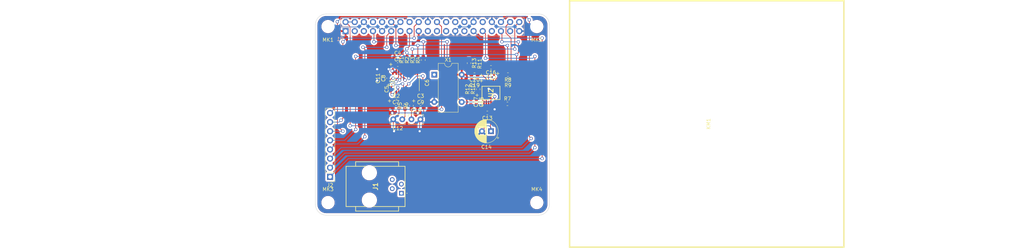
<source format=kicad_pcb>
(kicad_pcb (version 20171130) (host pcbnew 5.1.4+dfsg1-1~bpo10+1)
  (title_block (date "15 nov 2012"))
  (layers (0 F.Cu signal) (31 B.Cu signal) (34 B.Paste user) (35 F.Paste user) (36 B.SilkS user) (37 F.SilkS user) (38 B.Mask user) (39 F.Mask user) (44 Edge.Cuts user))
  (net 0 "")
  (net 1 +3V3)
  (net 2 +5V)
  (net 3 GND)
  (net 4 /ID_SD)
  (net 5 /ID_SC)
  (net 6 /GPIO5)
  (net 7 /GPIO6)
  (net 8 /GPIO26)
  (net 9 "/GPIO2(SDA1)")
  (net 10 "/GPIO3(SCL1)")
  (net 11 "/GPIO14(TXD0)")
  (net 12 "/GPIO15(RXD0)")
  (net 13 "/GPIO17(GEN0)")
  (net 14 "/GPIO27(GEN2)")
  (net 15 "/GPIO22(GEN3)")
  (net 16 "/GPIO23(GEN4)")
  (net 17 "/GPIO24(GEN5)")
  (net 18 "/GPIO25(GEN6)")
  (net 19 "/GPIO10(SPI0_MOSI)")
  (net 20 "/GPIO9(SPI0_MISO)")
  (net 21 "/GPIO11(SPI0_SCK)")
  (net 22 "/GPIO8(SPI0_CE_N)")
  (net 23 "/GPIO7(SPI1_CE_N)")
  (net 24 "/GPIO12(PWM0)")
  (net 25 "/GPIO13(PWM1)")
  (net 26 /GPIO16)
  (net 27 "Net-(C5-Pad1)")
  (net 28 "Net-(C5-Pad2)")
  (net 29 "Net-(C6-Pad1)")
  (net 30 "Net-(C11-Pad1)")
  (net 31 "Net-(R1-Pad1)")
  (net 32 "Net-(R2-Pad1)")
  (net 33 "Net-(R3-Pad1)")
  (net 34 "Net-(R4-Pad1)")
  (net 35 "Net-(R5-Pad2)")
  (net 36 "Net-(R6-Pad2)")
  (net 37 /Audio_MCLK)
  (net 38 /DAP4_SCLK)
  (net 39 /DAP4_FS)
  (net 40 /DAP4_DIN)
  (net 41 /DAP4_DOUT)
  (net 42 "/Audio Subsystem/RightOut")
  (net 43 "/Audio Subsystem/Leftout")
  (net 44 "Net-(C15-Pad1)")
  (net 45 "Net-(C19-Pad1)")
  (net 46 "Net-(C19-Pad2)")
  (net 47 "Net-(C20-Pad2)")
  (net 48 "Net-(C20-Pad1)")
  (net 49 "/Audio Subsystem/MIC_A(Black)")
  (net 50 "/Audio Subsystem/SPKR_A(Red)")
  (net 51 "/Audio Subsystem/SPKR_B(Green)")
  (net 52 "/Audio Subsystem/MIC_B(Yellow)")
  (net 53 "Net-(R7-Pad1)")
  (net 54 "Net-(R8-Pad2)")
  (net 55 "Net-(R9-Pad2)")
  (net 56 "/Audio Subsystem/MIC_Right")
  (net 57 "/Audio Subsystem/MIC_Left")
  (net 58 "Net-(X1-Pad1)")
  (module Resistor_SMD:R_0603_1608Metric_Pad1.05x0.95mm_HandSolder (layer F.Cu) (at 242.672 107.695 270)
    (fp_text reference R13 (at 0 -1.43 90) (layer F.SilkS))
    (fp_text value 10K)
    (pad 1 smd roundrect (at -0.875 0 270) (size 1.05 0.95) (layers F.Cu F.Paste F.Mask) (net 57 "/Audio Subsystem/MIC_Left"))
    (pad 2 smd roundrect (at 0.875 0 270) (size 1.05 0.95) (layers F.Cu F.Paste F.Mask) (net 47 "Net-(C20-Pad2)"))
  )
  (module Package_SO:TSSOP-20_4.4x6.5mm_P0.65mm (layer F.Cu) (at 225.4 113.17 90)
    (fp_text reference U1 (at 0 -4.3 90) (layer F.SilkS))
    (fp_text value PCM5102)
    (pad 1 smd rect (at -2.95 -2.925 90) (size 1.45 0.45) (layers F.Cu F.Paste F.Mask) (net 1 +3V3))
    (pad 2 smd rect (at -2.95 -2.275 90) (size 1.45 0.45) (layers F.Cu F.Paste F.Mask) (net 27 "Net-(C5-Pad1)"))
    (pad 3 smd rect (at -2.95 -1.625 90) (size 1.45 0.45) (layers F.Cu F.Paste F.Mask) (net 3 GND))
    (pad 4 smd rect (at -2.95 -0.975 90) (size 1.45 0.45) (layers F.Cu F.Paste F.Mask) (net 28 "Net-(C5-Pad2)"))
    (pad 5 smd rect (at -2.95 -0.325 90) (size 1.45 0.45) (layers F.Cu F.Paste F.Mask) (net 29 "Net-(C6-Pad1)"))
    (pad 6 smd rect (at -2.95 0.325 90) (size 1.45 0.45) (layers F.Cu F.Paste F.Mask) (net 35 "Net-(R5-Pad2)"))
    (pad 7 smd rect (at -2.95 0.975 90) (size 1.45 0.45) (layers F.Cu F.Paste F.Mask) (net 36 "Net-(R6-Pad2)"))
    (pad 8 smd rect (at -2.95 1.625 90) (size 1.45 0.45) (layers F.Cu F.Paste F.Mask) (net 1 +3V3))
    (pad 9 smd rect (at -2.95 2.275 90) (size 1.45 0.45) (layers F.Cu F.Paste F.Mask) (net 3 GND))
    (pad 10 smd rect (at -2.95 2.925 90) (size 1.45 0.45) (layers F.Cu F.Paste F.Mask) (net 3 GND))
    (pad 11 smd rect (at 2.95 2.925 90) (size 1.45 0.45) (layers F.Cu F.Paste F.Mask) (net 3 GND))
    (pad 12 smd rect (at 2.95 2.275 90) (size 1.45 0.45) (layers F.Cu F.Paste F.Mask) (net 34 "Net-(R4-Pad1)"))
    (pad 13 smd rect (at 2.95 1.625 90) (size 1.45 0.45) (layers F.Cu F.Paste F.Mask) (net 33 "Net-(R3-Pad1)"))
    (pad 14 smd rect (at 2.95 0.975 90) (size 1.45 0.45) (layers F.Cu F.Paste F.Mask) (net 32 "Net-(R2-Pad1)"))
    (pad 15 smd rect (at 2.95 0.325 90) (size 1.45 0.45) (layers F.Cu F.Paste F.Mask) (net 31 "Net-(R1-Pad1)"))
    (pad 16 smd rect (at 2.95 -0.325 90) (size 1.45 0.45) (layers F.Cu F.Paste F.Mask) (net 3 GND))
    (pad 17 smd rect (at 2.95 -0.975 90) (size 1.45 0.45) (layers F.Cu F.Paste F.Mask) (net 1 +3V3))
    (pad 18 smd rect (at 2.95 -1.625 90) (size 1.45 0.45) (layers F.Cu F.Paste F.Mask) (net 30 "Net-(C11-Pad1)"))
    (pad 19 smd rect (at 2.95 -2.275 90) (size 1.45 0.45) (layers F.Cu F.Paste F.Mask) (net 3 GND))
    (pad 20 smd rect (at 2.95 -2.925 90) (size 1.45 0.45) (layers F.Cu F.Paste F.Mask) (net 1 +3V3))
  )
  (module Capacitor_SMD:C_0603_1608Metric_Pad1.05x0.95mm_HandSolder (layer F.Cu) (at 218.796 111.9 90)
    (fp_text reference C11 (at 0 -1.43 90) (layer F.SilkS))
    (fp_text value .1uf)
    (pad 2 smd roundrect (at 0.875 0 90) (size 1.05 0.95) (layers F.Cu F.Paste F.Mask) (net 3 GND))
    (pad 1 smd roundrect (at -0.875 0 90) (size 1.05 0.95) (layers F.Cu F.Paste F.Mask) (net 30 "Net-(C11-Pad1)"))
  )
  (module Connector_PinSocket_2.54mm:PinSocket_2x20_P2.54mm_Vertical (layer B.Cu) (at 208.37 98.77 270)
    (fp_text reference P1 (at 2.208 1.512) (layer B.SilkS) (effects (justify mirror)))
    (fp_text value Conn_02x20_Odd_Even)
    (pad 1 thru_hole rect (at 0 0 270) (size 1.7 1.7) (drill 1) (layers *.Cu *.Mask) (net 1 +3V3))
    (pad 2 thru_hole oval (at -2.54 0 270) (size 1.7 1.7) (drill 1) (layers *.Cu *.Mask) (net 2 +5V))
    (pad 3 thru_hole oval (at 0 -2.54 270) (size 1.7 1.7) (drill 1) (layers *.Cu *.Mask) (net 9 "/GPIO2(SDA1)"))
    (pad 4 thru_hole oval (at -2.54 -2.54 270) (size 1.7 1.7) (drill 1) (layers *.Cu *.Mask) (net 2 +5V))
    (pad 5 thru_hole oval (at 0 -5.08 270) (size 1.7 1.7) (drill 1) (layers *.Cu *.Mask) (net 10 "/GPIO3(SCL1)"))
    (pad 6 thru_hole oval (at -2.54 -5.08 270) (size 1.7 1.7) (drill 1) (layers *.Cu *.Mask) (net 3 GND))
    (pad 7 thru_hole oval (at 0 -7.62 270) (size 1.7 1.7) (drill 1) (layers *.Cu *.Mask) (net 37 /Audio_MCLK))
    (pad 8 thru_hole oval (at -2.54 -7.62 270) (size 1.7 1.7) (drill 1) (layers *.Cu *.Mask) (net 11 "/GPIO14(TXD0)"))
    (pad 9 thru_hole oval (at 0 -10.16 270) (size 1.7 1.7) (drill 1) (layers *.Cu *.Mask) (net 3 GND))
    (pad 10 thru_hole oval (at -2.54 -10.16 270) (size 1.7 1.7) (drill 1) (layers *.Cu *.Mask) (net 12 "/GPIO15(RXD0)"))
    (pad 11 thru_hole oval (at 0 -12.7 270) (size 1.7 1.7) (drill 1) (layers *.Cu *.Mask) (net 13 "/GPIO17(GEN0)"))
    (pad 12 thru_hole oval (at -2.54 -12.7 270) (size 1.7 1.7) (drill 1) (layers *.Cu *.Mask) (net 38 /DAP4_SCLK))
    (pad 13 thru_hole oval (at 0 -15.24 270) (size 1.7 1.7) (drill 1) (layers *.Cu *.Mask) (net 14 "/GPIO27(GEN2)"))
    (pad 14 thru_hole oval (at -2.54 -15.24 270) (size 1.7 1.7) (drill 1) (layers *.Cu *.Mask) (net 3 GND))
    (pad 15 thru_hole oval (at 0 -17.78 270) (size 1.7 1.7) (drill 1) (layers *.Cu *.Mask) (net 15 "/GPIO22(GEN3)"))
    (pad 16 thru_hole oval (at -2.54 -17.78 270) (size 1.7 1.7) (drill 1) (layers *.Cu *.Mask) (net 16 "/GPIO23(GEN4)"))
    (pad 17 thru_hole oval (at 0 -20.32 270) (size 1.7 1.7) (drill 1) (layers *.Cu *.Mask) (net 1 +3V3))
    (pad 18 thru_hole oval (at -2.54 -20.32 270) (size 1.7 1.7) (drill 1) (layers *.Cu *.Mask) (net 17 "/GPIO24(GEN5)"))
    (pad 19 thru_hole oval (at 0 -22.86 270) (size 1.7 1.7) (drill 1) (layers *.Cu *.Mask) (net 19 "/GPIO10(SPI0_MOSI)"))
    (pad 20 thru_hole oval (at -2.54 -22.86 270) (size 1.7 1.7) (drill 1) (layers *.Cu *.Mask) (net 3 GND))
    (pad 21 thru_hole oval (at 0 -25.4 270) (size 1.7 1.7) (drill 1) (layers *.Cu *.Mask) (net 20 "/GPIO9(SPI0_MISO)"))
    (pad 22 thru_hole oval (at -2.54 -25.4 270) (size 1.7 1.7) (drill 1) (layers *.Cu *.Mask) (net 18 "/GPIO25(GEN6)"))
    (pad 23 thru_hole oval (at 0 -27.94 270) (size 1.7 1.7) (drill 1) (layers *.Cu *.Mask) (net 21 "/GPIO11(SPI0_SCK)"))
    (pad 24 thru_hole oval (at -2.54 -27.94 270) (size 1.7 1.7) (drill 1) (layers *.Cu *.Mask) (net 22 "/GPIO8(SPI0_CE_N)"))
    (pad 25 thru_hole oval (at 0 -30.48 270) (size 1.7 1.7) (drill 1) (layers *.Cu *.Mask) (net 3 GND))
    (pad 26 thru_hole oval (at -2.54 -30.48 270) (size 1.7 1.7) (drill 1) (layers *.Cu *.Mask) (net 23 "/GPIO7(SPI1_CE_N)"))
    (pad 27 thru_hole oval (at 0 -33.02 270) (size 1.7 1.7) (drill 1) (layers *.Cu *.Mask) (net 4 /ID_SD))
    (pad 28 thru_hole oval (at -2.54 -33.02 270) (size 1.7 1.7) (drill 1) (layers *.Cu *.Mask) (net 5 /ID_SC))
    (pad 29 thru_hole oval (at 0 -35.56 270) (size 1.7 1.7) (drill 1) (layers *.Cu *.Mask) (net 6 /GPIO5))
    (pad 30 thru_hole oval (at -2.54 -35.56 270) (size 1.7 1.7) (drill 1) (layers *.Cu *.Mask) (net 3 GND))
    (pad 31 thru_hole oval (at 0 -38.1 270) (size 1.7 1.7) (drill 1) (layers *.Cu *.Mask) (net 7 /GPIO6))
    (pad 32 thru_hole oval (at -2.54 -38.1 270) (size 1.7 1.7) (drill 1) (layers *.Cu *.Mask) (net 24 "/GPIO12(PWM0)"))
    (pad 33 thru_hole oval (at 0 -40.64 270) (size 1.7 1.7) (drill 1) (layers *.Cu *.Mask) (net 25 "/GPIO13(PWM1)"))
    (pad 34 thru_hole oval (at -2.54 -40.64 270) (size 1.7 1.7) (drill 1) (layers *.Cu *.Mask) (net 3 GND))
    (pad 35 thru_hole oval (at 0 -43.18 270) (size 1.7 1.7) (drill 1) (layers *.Cu *.Mask) (net 39 /DAP4_FS))
    (pad 36 thru_hole oval (at -2.54 -43.18 270) (size 1.7 1.7) (drill 1) (layers *.Cu *.Mask) (net 26 /GPIO16))
    (pad 37 thru_hole oval (at 0 -45.72 270) (size 1.7 1.7) (drill 1) (layers *.Cu *.Mask) (net 8 /GPIO26))
    (pad 38 thru_hole oval (at -2.54 -45.72 270) (size 1.7 1.7) (drill 1) (layers *.Cu *.Mask) (net 40 /DAP4_DIN))
    (pad 39 thru_hole oval (at 0 -48.26 270) (size 1.7 1.7) (drill 1) (layers *.Cu *.Mask) (net 3 GND))
    (pad 40 thru_hole oval (at -2.54 -48.26 270) (size 1.7 1.7) (drill 1) (layers *.Cu *.Mask) (net 41 /DAP4_DOUT))
  )
  (module MountingHole:MountingHole_2.7mm_M2.5 (layer F.Cu) (at 261.5 146.5)
    (fp_text reference MK4 (at 0 -3.7) (layer F.SilkS))
    (fp_text value M2.5)
    (pad 1 np_thru_hole circle (at 0 0) (size 2.7 2.7) (drill 2.7) (layers *.Cu *.Mask))
  )
  (module MountingHole:MountingHole_2.7mm_M2.5 (layer F.Cu) (at 203.5 146.5)
    (fp_text reference MK3 (at 0 -3.7) (layer F.SilkS))
    (fp_text value M2.5)
    (pad 1 np_thru_hole circle (at 0 0) (size 2.7 2.7) (drill 2.7) (layers *.Cu *.Mask))
  )
  (module MountingHole:MountingHole_2.7mm_M2.5 (layer F.Cu) (at 261.5 97.5 180)
    (fp_text reference MK2 (at 0 -3.7 180) (layer F.SilkS))
    (fp_text value M2.5)
    (pad 1 np_thru_hole circle (at 0 0 180) (size 2.7 2.7) (drill 2.7) (layers *.Cu *.Mask))
  )
  (module MountingHole:MountingHole_2.7mm_M2.5 (layer F.Cu) (at 203.5 97.5 180)
    (fp_text reference MK1 (at 0 -3.7 180) (layer F.SilkS))
    (fp_text value M2.5)
    (pad 1 np_thru_hole circle (at 0 0 180) (size 2.7 2.7) (drill 2.7) (layers *.Cu *.Mask))
  )
  (module VOIP_Phone_Board:CP_0603_1608Metric_Pad1.05x0.95mm_HandSolder (layer F.Cu) (at 222.86 108.09)
    (fp_text reference C1 (at 0 -1.43) (layer F.SilkS))
    (fp_text value 10uf)
    (fp_text user + (at -1.905 -0.127) (layer F.SilkS))
    (pad 1 smd roundrect (at -0.875 0) (size 1.05 0.95) (layers F.Cu F.Paste F.Mask) (net 1 +3V3))
    (pad 2 smd roundrect (at 0.875 0) (size 1.05 0.95) (layers F.Cu F.Paste F.Mask) (net 3 GND))
  )
  (module VOIP_Phone_Board:CP_0603_1608Metric_Pad1.05x0.95mm_HandSolder (layer F.Cu) (at 222.493 118.25)
    (fp_text reference C2 (at 0 -1.43) (layer F.SilkS))
    (fp_text value 10uf)
    (fp_text user + (at -1.905 -0.127) (layer F.SilkS))
    (pad 2 smd roundrect (at 0.875 0) (size 1.05 0.95) (layers F.Cu F.Paste F.Mask) (net 3 GND))
    (pad 1 smd roundrect (at -0.875 0) (size 1.05 0.95) (layers F.Cu F.Paste F.Mask) (net 1 +3V3))
  )
  (module VOIP_Phone_Board:CP_0603_1608Metric_Pad1.05x0.95mm_HandSolder (layer F.Cu) (at 229.21 118.25)
    (fp_text reference C3 (at 0 -1.43) (layer F.SilkS))
    (fp_text value 10uf)
    (fp_text user + (at -1.905 -0.127) (layer F.SilkS))
    (pad 1 smd roundrect (at -0.875 0) (size 1.05 0.95) (layers F.Cu F.Paste F.Mask) (net 1 +3V3))
    (pad 2 smd roundrect (at 0.875 0) (size 1.05 0.95) (layers F.Cu F.Paste F.Mask) (net 3 GND))
  )
  (module Capacitor_SMD:C_0603_1608Metric_Pad1.05x0.95mm_HandSolder (layer F.Cu) (at 222.86 106.312)
    (fp_text reference C4 (at 0 -1.43) (layer F.SilkS))
    (fp_text value .1uf)
    (pad 1 smd roundrect (at -0.875 0) (size 1.05 0.95) (layers F.Cu F.Paste F.Mask) (net 1 +3V3))
    (pad 2 smd roundrect (at 0.875 0) (size 1.05 0.95) (layers F.Cu F.Paste F.Mask) (net 3 GND))
  )
  (module Capacitor_SMD:C_0402_1005Metric (layer F.Cu) (at 220.955 114.948 90)
    (fp_text reference C5 (at 0 -1.17 90) (layer F.SilkS))
    (fp_text value 2.2uf)
    (pad 1 smd roundrect (at -0.485 0 90) (size 0.59 0.64) (layers F.Cu F.Paste F.Mask) (net 27 "Net-(C5-Pad1)"))
    (pad 2 smd roundrect (at 0.485 0 90) (size 0.59 0.64) (layers F.Cu F.Paste F.Mask) (net 28 "Net-(C5-Pad2)"))
  )
  (module Capacitor_SMD:C_0402_1005Metric (layer F.Cu) (at 229.845 113.17 270)
    (fp_text reference C6 (at 0 -1.17 90) (layer F.SilkS))
    (fp_text value 2.2uf)
    (pad 2 smd roundrect (at 0.485 0 270) (size 0.59 0.64) (layers F.Cu F.Paste F.Mask) (net 3 GND))
    (pad 1 smd roundrect (at -0.485 0 270) (size 0.59 0.64) (layers F.Cu F.Paste F.Mask) (net 29 "Net-(C6-Pad1)"))
  )
  (module Capacitor_SMD:C_0603_1608Metric_Pad1.05x0.95mm_HandSolder (layer F.Cu) (at 222.352 120.028)
    (fp_text reference C7 (at 0 -1.43) (layer F.SilkS))
    (fp_text value .1uf)
    (pad 2 smd roundrect (at 0.875 0) (size 1.05 0.95) (layers F.Cu F.Paste F.Mask) (net 3 GND))
    (pad 1 smd roundrect (at -0.875 0) (size 1.05 0.95) (layers F.Cu F.Paste F.Mask) (net 1 +3V3))
  )
  (module VOIP_Phone_Board:CP_0603_1608Metric_Pad1.05x0.95mm_HandSolder (layer F.Cu) (at 220.32 111.9 90)
    (fp_text reference C8 (at 0 -1.43 90) (layer F.SilkS))
    (fp_text value 10uf)
    (fp_text user + (at -1.905 -0.127 90) (layer F.SilkS))
    (pad 2 smd roundrect (at 0.875 0 90) (size 1.05 0.95) (layers F.Cu F.Paste F.Mask) (net 3 GND))
    (pad 1 smd roundrect (at -0.875 0 90) (size 1.05 0.95) (layers F.Cu F.Paste F.Mask) (net 30 "Net-(C11-Pad1)"))
  )
  (module Capacitor_SMD:C_0603_1608Metric_Pad1.05x0.95mm_HandSolder (layer F.Cu) (at 229.21 120.028)
    (fp_text reference C9 (at 0 -1.43) (layer F.SilkS))
    (fp_text value .1uf)
    (pad 1 smd roundrect (at -0.875 0) (size 1.05 0.95) (layers F.Cu F.Paste F.Mask) (net 1 +3V3))
    (pad 2 smd roundrect (at 0.875 0) (size 1.05 0.95) (layers F.Cu F.Paste F.Mask) (net 3 GND))
  )
  (module Capacitor_THT:C_Rect_L4.0mm_W2.5mm_P2.50mm (layer F.Cu) (at 226.67 123.33)
    (fp_text reference C10 (at 1.25 -2.5) (layer F.SilkS))
    (fp_text value 2200pf)
    (pad 2 thru_hole circle (at 2.5 0) (size 1.6 1.6) (drill 0.8) (layers *.Cu *.Mask) (net 3 GND))
    (pad 1 thru_hole circle (at 0 0) (size 1.6 1.6) (drill 0.8) (layers *.Cu *.Mask) (net 42 "/Audio Subsystem/RightOut"))
  )
  (module Capacitor_THT:C_Rect_L4.0mm_W2.5mm_P2.50mm (layer F.Cu) (at 224.13 123.33 180)
    (fp_text reference C12 (at 1.25 -2.5) (layer F.SilkS))
    (fp_text value 2200pf)
    (pad 1 thru_hole circle (at 0 0 180) (size 1.6 1.6) (drill 0.8) (layers *.Cu *.Mask) (net 43 "/Audio Subsystem/Leftout"))
    (pad 2 thru_hole circle (at 2.5 0 180) (size 1.6 1.6) (drill 0.8) (layers *.Cu *.Mask) (net 3 GND))
  )
  (module VOIP_Phone_Board:69253002LF (layer F.Cu) (at 223.876 143.904 90)
    (fp_text reference J1 (at 1.9 -7.17 90) (layer F.SilkS) (effects (font (size 1.27 1.27) (thickness 0.254))))
    (fp_text value 69253-002LF hide)
    (pad 1 thru_hole rect (at 0 0 90) (size 1.303 1.303) (drill 0.76) (layers *.Cu *.Mask) (net 49 "/Audio Subsystem/MIC_A(Black)"))
    (pad 2 thru_hole circle (at 1.27 -2.54 90) (size 1.303 1.303) (drill 0.76) (layers *.Cu *.Mask) (net 50 "/Audio Subsystem/SPKR_A(Red)"))
    (pad 3 thru_hole circle (at 2.54 0 90) (size 1.303 1.303) (drill 0.76) (layers *.Cu *.Mask) (net 51 "/Audio Subsystem/SPKR_B(Green)"))
    (pad 4 thru_hole circle (at 3.81 -2.54 90) (size 1.303 1.303) (drill 0.76) (layers *.Cu *.Mask) (net 52 "/Audio Subsystem/MIC_B(Yellow)"))
    (pad MH1 np_thru_hole circle (at -1.91 -8.89 90) (size 3.25 0) (drill 3.25) (layers *.Cu *.Mask))
    (pad MH2 np_thru_hole circle (at 5.71 -8.89 90) (size 3.25 0) (drill 3.25) (layers *.Cu *.Mask))
  )
  (module Resistor_SMD:R_0603_1608Metric_Pad1.05x0.95mm_HandSolder (layer F.Cu) (at 225.4 106.82 90)
    (fp_text reference R1 (at 0 -1.43 90) (layer F.SilkS))
    (fp_text value 51)
    (pad 1 smd roundrect (at -0.875 0 90) (size 1.05 0.95) (layers F.Cu F.Paste F.Mask) (net 31 "Net-(R1-Pad1)"))
    (pad 2 smd roundrect (at 0.875 0 90) (size 1.05 0.95) (layers F.Cu F.Paste F.Mask) (net 39 /DAP4_FS))
  )
  (module Resistor_SMD:R_0603_1608Metric_Pad1.05x0.95mm_HandSolder (layer F.Cu) (at 226.924 106.82 90)
    (fp_text reference R2 (at 0 -1.43 90) (layer F.SilkS))
    (fp_text value 51)
    (pad 2 smd roundrect (at 0.875 0 90) (size 1.05 0.95) (layers F.Cu F.Paste F.Mask) (net 41 /DAP4_DOUT))
    (pad 1 smd roundrect (at -0.875 0 90) (size 1.05 0.95) (layers F.Cu F.Paste F.Mask) (net 32 "Net-(R2-Pad1)"))
  )
  (module Resistor_SMD:R_0603_1608Metric_Pad1.05x0.95mm_HandSolder (layer F.Cu) (at 228.448 106.82 90)
    (fp_text reference R3 (at 0 -1.43 90) (layer F.SilkS))
    (fp_text value 51)
    (pad 1 smd roundrect (at -0.875 0 90) (size 1.05 0.95) (layers F.Cu F.Paste F.Mask) (net 33 "Net-(R3-Pad1)"))
    (pad 2 smd roundrect (at 0.875 0 90) (size 1.05 0.95) (layers F.Cu F.Paste F.Mask) (net 38 /DAP4_SCLK))
  )
  (module Resistor_SMD:R_0603_1608Metric_Pad1.05x0.95mm_HandSolder (layer F.Cu) (at 229.972 106.82 90)
    (fp_text reference R4 (at 0 -1.43 90) (layer F.SilkS))
    (fp_text value 51)
    (pad 2 smd roundrect (at 0.875 0 90) (size 1.05 0.95) (layers F.Cu F.Paste F.Mask) (net 37 /Audio_MCLK))
    (pad 1 smd roundrect (at -0.875 0 90) (size 1.05 0.95) (layers F.Cu F.Paste F.Mask) (net 34 "Net-(R4-Pad1)"))
  )
  (module Resistor_SMD:R_0603_1608Metric_Pad1.05x0.95mm_HandSolder (layer F.Cu) (at 224.892 119.52 90)
    (fp_text reference R5 (at 0 -1.43 90) (layer F.SilkS))
    (fp_text value 470)
    (pad 2 smd roundrect (at 0.875 0 90) (size 1.05 0.95) (layers F.Cu F.Paste F.Mask) (net 35 "Net-(R5-Pad2)"))
    (pad 1 smd roundrect (at -0.875 0 90) (size 1.05 0.95) (layers F.Cu F.Paste F.Mask) (net 43 "/Audio Subsystem/Leftout"))
  )
  (module Resistor_SMD:R_0603_1608Metric_Pad1.05x0.95mm_HandSolder (layer F.Cu) (at 226.67 119.52 90)
    (fp_text reference R6 (at 0 -1.43 90) (layer F.SilkS))
    (fp_text value 470)
    (pad 1 smd roundrect (at -0.875 0 90) (size 1.05 0.95) (layers F.Cu F.Paste F.Mask) (net 42 "/Audio Subsystem/RightOut"))
    (pad 2 smd roundrect (at 0.875 0 90) (size 1.05 0.95) (layers F.Cu F.Paste F.Mask) (net 36 "Net-(R6-Pad2)"))
  )
  (module Capacitor_SMD:C_0603_1608Metric_Pad1.05x0.95mm_HandSolder (layer F.Cu) (at 247.752 121.552 180)
    (fp_text reference C13 (at 0 -1.43) (layer F.SilkS))
    (fp_text value .1uf)
    (pad 2 smd roundrect (at 0.875 0 180) (size 1.05 0.95) (layers F.Cu F.Paste F.Mask) (net 3 GND))
    (pad 1 smd roundrect (at -0.875 0 180) (size 1.05 0.95) (layers F.Cu F.Paste F.Mask) (net 2 +5V))
  )
  (module Capacitor_THT:CP_Radial_D6.3mm_P2.50mm (layer F.Cu) (at 248.768 126.632 180)
    (fp_text reference C14 (at 1.25 -4.4) (layer F.SilkS))
    (fp_text value 47uf)
    (pad 1 thru_hole rect (at 0 0 180) (size 1.6 1.6) (drill 0.8) (layers *.Cu *.Mask) (net 2 +5V))
    (pad 2 thru_hole circle (at 2.5 0 180) (size 1.6 1.6) (drill 0.8) (layers *.Cu *.Mask) (net 3 GND))
  )
  (module VOIP_Phone_Board:CP_0603_1608Metric_Pad1.05x0.95mm_HandSolder (layer F.Cu) (at 244.704 118.504 270)
    (fp_text reference C15 (at 0 -1.43 90) (layer F.SilkS))
    (fp_text value 10uf)
    (fp_text user + (at -1.905 -0.127 90) (layer F.SilkS))
    (pad 1 smd roundrect (at -0.875 0 270) (size 1.05 0.95) (layers F.Cu F.Paste F.Mask) (net 44 "Net-(C15-Pad1)"))
    (pad 2 smd roundrect (at 0.875 0 270) (size 1.05 0.95) (layers F.Cu F.Paste F.Mask) (net 3 GND))
  )
  (module Capacitor_SMD:C_0603_1608Metric_Pad1.05x0.95mm_HandSolder (layer F.Cu) (at 248.768 108.852 180)
    (fp_text reference C16 (at 0 -1.43) (layer F.SilkS))
    (fp_text value .1uf)
    (pad 1 smd roundrect (at -0.875 0 180) (size 1.05 0.95) (layers F.Cu F.Paste F.Mask) (net 1 +3V3))
    (pad 2 smd roundrect (at 0.875 0 180) (size 1.05 0.95) (layers F.Cu F.Paste F.Mask) (net 3 GND))
  )
  (module Capacitor_SMD:C_0603_1608Metric_Pad1.05x0.95mm_HandSolder (layer F.Cu) (at 243.18 118.504 270)
    (fp_text reference C17 (at 0 -1.43 90) (layer F.SilkS))
    (fp_text value .1uf)
    (pad 1 smd roundrect (at -0.875 0 270) (size 1.05 0.95) (layers F.Cu F.Paste F.Mask) (net 44 "Net-(C15-Pad1)"))
    (pad 2 smd roundrect (at 0.875 0 270) (size 1.05 0.95) (layers F.Cu F.Paste F.Mask) (net 3 GND))
  )
  (module VOIP_Phone_Board:CP_0603_1608Metric_Pad1.05x0.95mm_HandSolder (layer F.Cu) (at 248.768 110.376 180)
    (fp_text reference C18 (at 0 -1.43) (layer F.SilkS))
    (fp_text value 10uf)
    (fp_text user + (at -1.905 -0.127) (layer F.SilkS))
    (pad 2 smd roundrect (at 0.875 0 180) (size 1.05 0.95) (layers F.Cu F.Paste F.Mask) (net 3 GND))
    (pad 1 smd roundrect (at -0.875 0 180) (size 1.05 0.95) (layers F.Cu F.Paste F.Mask) (net 1 +3V3))
  )
  (module VOIP_Phone_Board:CP_0603_1608Metric_Pad1.05x0.95mm_HandSolder (layer F.Cu) (at 244.196 112.408 180)
    (fp_text reference C19 (at 0 -1.43) (layer F.SilkS))
    (fp_text value 4.7uf)
    (fp_text user + (at -1.905 -0.127) (layer F.SilkS))
    (pad 1 smd roundrect (at -0.875 0 180) (size 1.05 0.95) (layers F.Cu F.Paste F.Mask) (net 45 "Net-(C19-Pad1)"))
    (pad 2 smd roundrect (at 0.875 0 180) (size 1.05 0.95) (layers F.Cu F.Paste F.Mask) (net 46 "Net-(C19-Pad2)"))
  )
  (module VOIP_Phone_Board:CP_0603_1608Metric_Pad1.05x0.95mm_HandSolder (layer F.Cu) (at 244.196 110.884 180)
    (fp_text reference C20 (at 0 -1.43) (layer F.SilkS))
    (fp_text value 4.7uf)
    (fp_text user + (at -1.905 -0.127) (layer F.SilkS))
    (pad 2 smd roundrect (at 0.875 0 180) (size 1.05 0.95) (layers F.Cu F.Paste F.Mask) (net 47 "Net-(C20-Pad2)"))
    (pad 1 smd roundrect (at -0.875 0 180) (size 1.05 0.95) (layers F.Cu F.Paste F.Mask) (net 48 "Net-(C20-Pad1)"))
  )
  (module Resistor_SMD:R_0603_1608Metric_Pad1.05x0.95mm_HandSolder (layer F.Cu) (at 253.34 119.012)
    (fp_text reference R7 (at 0 -1.43) (layer F.SilkS))
    (fp_text value 51)
    (pad 1 smd roundrect (at -0.875 0) (size 1.05 0.95) (layers F.Cu F.Paste F.Mask) (net 53 "Net-(R7-Pad1)"))
    (pad 2 smd roundrect (at 0.875 0) (size 1.05 0.95) (layers F.Cu F.Paste F.Mask) (net 39 /DAP4_FS))
  )
  (module Resistor_SMD:R_0603_1608Metric_Pad1.05x0.95mm_HandSolder (layer F.Cu) (at 253.481 110.884 180)
    (fp_text reference R8 (at 0 -1.43) (layer F.SilkS))
    (fp_text value 51)
    (pad 1 smd roundrect (at -0.875 0 180) (size 1.05 0.95) (layers F.Cu F.Paste F.Mask) (net 40 /DAP4_DIN))
    (pad 2 smd roundrect (at 0.875 0 180) (size 1.05 0.95) (layers F.Cu F.Paste F.Mask) (net 54 "Net-(R8-Pad2)"))
  )
  (module Resistor_SMD:R_0603_1608Metric_Pad1.05x0.95mm_HandSolder (layer F.Cu) (at 253.481 112.408 180)
    (fp_text reference R9 (at 0 -1.43) (layer F.SilkS))
    (fp_text value 51)
    (pad 2 smd roundrect (at 0.875 0 180) (size 1.05 0.95) (layers F.Cu F.Paste F.Mask) (net 55 "Net-(R9-Pad2)"))
    (pad 1 smd roundrect (at -0.875 0 180) (size 1.05 0.95) (layers F.Cu F.Paste F.Mask) (net 38 /DAP4_SCLK))
  )
  (module Resistor_SMD:R_0603_1608Metric_Pad1.05x0.95mm_HandSolder (layer F.Cu) (at 245.212 114.948 90)
    (fp_text reference R10 (at 0 -1.43 90) (layer F.SilkS))
    (fp_text value 12K)
    (pad 2 smd roundrect (at 0.875 0 90) (size 1.05 0.95) (layers F.Cu F.Paste F.Mask) (net 46 "Net-(C19-Pad2)"))
    (pad 1 smd roundrect (at -0.875 0 90) (size 1.05 0.95) (layers F.Cu F.Paste F.Mask) (net 3 GND))
  )
  (module Resistor_SMD:R_0603_1608Metric_Pad1.05x0.95mm_HandSolder (layer F.Cu) (at 244.196 107.836 270)
    (fp_text reference R11 (at 0 -1.43 90) (layer F.SilkS))
    (fp_text value 12K)
    (pad 1 smd roundrect (at -0.875 0 270) (size 1.05 0.95) (layers F.Cu F.Paste F.Mask) (net 3 GND))
    (pad 2 smd roundrect (at 0.875 0 270) (size 1.05 0.95) (layers F.Cu F.Paste F.Mask) (net 47 "Net-(C20-Pad2)"))
  )
  (module Resistor_SMD:R_0603_1608Metric_Pad1.05x0.95mm_HandSolder (layer F.Cu) (at 243.688 114.948 90)
    (fp_text reference R12 (at 0 -1.43 90) (layer F.SilkS))
    (fp_text value 10K)
    (pad 2 smd roundrect (at 0.875 0 90) (size 1.05 0.95) (layers F.Cu F.Paste F.Mask) (net 46 "Net-(C19-Pad2)"))
    (pad 1 smd roundrect (at -0.875 0 90) (size 1.05 0.95) (layers F.Cu F.Paste F.Mask) (net 56 "/Audio Subsystem/MIC_Right"))
  )
  (module VOIP_Phone_Board:SOP65P640X120-14N (layer F.Cu) (at 248.768 115.964 90)
    (fp_text reference U2 (at 0 0 90) (layer F.SilkS) (effects (font (size 1.27 1.27) (thickness 0.254))))
    (fp_text value PCM1808PW hide)
    (pad 1 smd rect (at -2.938 -1.95 180) (size 0.45 1.475) (layers F.Cu F.Paste F.Mask) (net 44 "Net-(C15-Pad1)"))
    (pad 2 smd rect (at -2.938 -1.3 180) (size 0.45 1.475) (layers F.Cu F.Paste F.Mask) (net 3 GND))
    (pad 3 smd rect (at -2.938 -0.65 180) (size 0.45 1.475) (layers F.Cu F.Paste F.Mask) (net 2 +5V))
    (pad 4 smd rect (at -2.938 0 180) (size 0.45 1.475) (layers F.Cu F.Paste F.Mask) (net 1 +3V3))
    (pad 5 smd rect (at -2.938 0.65 180) (size 0.45 1.475) (layers F.Cu F.Paste F.Mask) (net 3 GND))
    (pad 6 smd rect (at -2.938 1.3 180) (size 0.45 1.475) (layers F.Cu F.Paste F.Mask) (net 37 /Audio_MCLK))
    (pad 7 smd rect (at -2.938 1.95 180) (size 0.45 1.475) (layers F.Cu F.Paste F.Mask) (net 53 "Net-(R7-Pad1)"))
    (pad 8 smd rect (at 2.938 1.95 180) (size 0.45 1.475) (layers F.Cu F.Paste F.Mask) (net 55 "Net-(R9-Pad2)"))
    (pad 9 smd rect (at 2.938 1.3 180) (size 0.45 1.475) (layers F.Cu F.Paste F.Mask) (net 54 "Net-(R8-Pad2)"))
    (pad 10 smd rect (at 2.938 0.65 180) (size 0.45 1.475) (layers F.Cu F.Paste F.Mask) (net 1 +3V3))
    (pad 11 smd rect (at 2.938 0 180) (size 0.45 1.475) (layers F.Cu F.Paste F.Mask) (net 1 +3V3))
    (pad 12 smd rect (at 2.938 -0.65 180) (size 0.45 1.475) (layers F.Cu F.Paste F.Mask) (net 3 GND))
    (pad 13 smd rect (at 2.938 -1.3 180) (size 0.45 1.475) (layers F.Cu F.Paste F.Mask) (net 48 "Net-(C20-Pad1)"))
    (pad 14 smd rect (at 2.938 -1.95 180) (size 0.45 1.475) (layers F.Cu F.Paste F.Mask) (net 45 "Net-(C19-Pad1)"))
  )
  (module Oscillator:Oscillator_SeikoEpson_SG-8002DC (layer F.Cu) (at 233.02 110.884)
    (fp_text reference X1 (at 3.86 -4.14) (layer F.SilkS))
    (fp_text value SG-8002DC)
    (pad 1 thru_hole rect (at 0 0) (size 1.6 1.6) (drill 0.8) (layers *.Cu *.Mask) (net 58 "Net-(X1-Pad1)"))
    (pad 5 thru_hole oval (at 7.62 7.62) (size 1.6 1.6) (drill 0.8) (layers *.Cu *.Mask) (net 37 /Audio_MCLK))
    (pad 4 thru_hole oval (at 0 7.62) (size 1.6 1.6) (drill 0.8) (layers *.Cu *.Mask) (net 3 GND))
    (pad 8 thru_hole oval (at 7.62 0) (size 1.6 1.6) (drill 0.8) (layers *.Cu *.Mask) (net 1 +3V3))
  )
  (module Connector_PinHeader_2.54mm:PinHeader_1x08_P2.54mm_Vertical (layer F.Cu) (at 204.064 139.332 180)
    (fp_text reference J2 (at 0 -2.33) (layer F.SilkS))
    (fp_text value KeypadConnector)
    (pad 1 thru_hole rect (at 0 0 180) (size 1.7 1.7) (drill 1) (layers *.Cu *.Mask) (net 6 /GPIO5))
    (pad 2 thru_hole oval (at 0 2.54 180) (size 1.7 1.7) (drill 1) (layers *.Cu *.Mask) (net 7 /GPIO6))
    (pad 3 thru_hole oval (at 0 5.08 180) (size 1.7 1.7) (drill 1) (layers *.Cu *.Mask) (net 26 /GPIO16))
    (pad 4 thru_hole oval (at 0 7.62 180) (size 1.7 1.7) (drill 1) (layers *.Cu *.Mask) (net 13 "/GPIO17(GEN0)"))
    (pad 5 thru_hole oval (at 0 10.16 180) (size 1.7 1.7) (drill 1) (layers *.Cu *.Mask) (net 15 "/GPIO22(GEN3)"))
    (pad 6 thru_hole oval (at 0 12.7 180) (size 1.7 1.7) (drill 1) (layers *.Cu *.Mask) (net 16 "/GPIO23(GEN4)"))
    (pad 7 thru_hole oval (at 0 15.24 180) (size 1.7 1.7) (drill 1) (layers *.Cu *.Mask) (net 17 "/GPIO24(GEN5)"))
    (pad 8 thru_hole oval (at 0 17.78 180) (size 1.7 1.7) (drill 1) (layers *.Cu *.Mask) (net 18 "/GPIO25(GEN6)"))
  )
  (module VOIP_Phone_Board:Keypad_mounting (layer F.Cu) (at 308.712 124.6 90)
    (fp_text reference KM1 (at 0 0.5 90) (layer F.SilkS))
    (fp_text value KeypadMount)
  )
  (gr_line (start 200 113) (end 200 131) (layer Edge.Cuts) (width 0.1))
  (gr_line (start 200 97) (end 200 113) (layer Edge.Cuts) (width 0.1))
  (gr_arc (start 262 97) (end 262 94) (angle 90) (layer Edge.Cuts) (width 0.1))
  (gr_arc (start 262 147) (end 265 147) (angle 90) (layer Edge.Cuts) (width 0.1))
  (gr_arc (start 203 147) (end 203 150) (angle 90) (layer Edge.Cuts) (width 0.1))
  (gr_arc (start 203 97) (end 200 97) (angle 90) (layer Edge.Cuts) (width 0.1))
  (gr_line (start 262 94) (end 203 94) (layer Edge.Cuts) (width 0.1))
  (gr_line (start 265 147) (end 265 97) (layer Edge.Cuts) (width 0.1))
  (gr_line (start 203 150) (end 262 150) (layer Edge.Cuts) (width 0.1))
  (gr_line (start 200 131) (end 200 147) (layer Edge.Cuts) (width 0.1))
  (segment (start 222.475 108.58) (end 221.985 108.09) (width 0.2) (layer F.Cu) (net 1))
  (segment (start 222.475 110.22) (end 222.475 108.58) (width 0.2) (layer F.Cu) (net 1))
  (segment (start 228.335 118.25) (end 228.335 119.52) (width 0.2) (layer F.Cu) (net 1))
  (segment (start 228.23 118.25) (end 228.335 118.25) (width 0.2) (layer F.Cu) (net 1))
  (segment (start 227.025 117.045) (end 228.23 118.25) (width 0.2) (layer F.Cu) (net 1))
  (segment (start 227.025 116.12) (end 227.025 117.045) (width 0.2) (layer F.Cu) (net 1))
  (segment (start 222.475 117.393) (end 221.618 118.25) (width 0.2) (layer F.Cu) (net 1))
  (segment (start 222.475 116.12) (end 222.475 117.393) (width 0.2) (layer F.Cu) (net 1))
  (segment (start 221.618 119.887) (end 221.477 120.028) (width 0.2) (layer F.Cu) (net 1))
  (segment (start 221.618 118.25) (end 221.618 119.887) (width 0.2) (layer F.Cu) (net 1))
  (segment (start 221.985 106.312) (end 221.985 108.09) (width 0.2) (layer F.Cu) (net 1))
  (via (at 228.448 121.552) (size 0.9) (drill 0.6) (layers F.Cu B.Cu) (net 1))
  (segment (start 228.335 119.52) (end 228.335 121.439) (width 0.2) (layer F.Cu) (net 1))
  (segment (start 228.335 121.439) (end 228.448 121.552) (width 0.2) (layer F.Cu) (net 1))
  (via (at 221.336 121.552) (size 0.9) (drill 0.6) (layers F.Cu B.Cu) (net 1))
  (segment (start 228.448 121.552) (end 221.336 121.552) (width 0.2) (layer B.Cu) (net 1))
  (segment (start 221.336 120.169) (end 221.477 120.028) (width 0.2) (layer F.Cu) (net 1))
  (segment (start 221.336 121.552) (end 221.336 120.169) (width 0.2) (layer F.Cu) (net 1))
  (via (at 224.892 112.408) (size 0.9) (drill 0.6) (layers F.Cu B.Cu) (net 1))
  (segment (start 224.425 110.22) (end 224.425 111.941) (width 0.2) (layer F.Cu) (net 1))
  (segment (start 224.425 111.941) (end 224.892 112.408) (width 0.2) (layer F.Cu) (net 1))
  (via (at 221.336 109.868) (size 0.9) (drill 0.6) (layers F.Cu B.Cu) (net 1))
  (segment (start 224.892 112.408) (end 222.352 109.868) (width 0.2) (layer B.Cu) (net 1))
  (segment (start 222.352 109.868) (end 221.336 109.868) (width 0.2) (layer B.Cu) (net 1))
  (segment (start 222.123 109.868) (end 222.475 110.22) (width 0.2) (layer F.Cu) (net 1))
  (segment (start 221.336 109.868) (end 222.123 109.868) (width 0.2) (layer F.Cu) (net 1))
  (segment (start 249.418 112.0885) (end 249.784 111.7225) (width 0.2) (layer F.Cu) (net 1))
  (segment (start 249.418 113.026) (end 249.418 112.0885) (width 0.2) (layer F.Cu) (net 1))
  (segment (start 249.643 111.5815) (end 249.643 110.376) (width 0.2) (layer F.Cu) (net 1))
  (segment (start 249.784 111.7225) (end 249.643 111.5815) (width 0.2) (layer F.Cu) (net 1))
  (segment (start 249.643 108.852) (end 249.643 110.376) (width 0.2) (layer F.Cu) (net 1))
  (segment (start 248.768 113.026) (end 249.418 113.026) (width 0.2) (layer F.Cu) (net 1))
  (segment (start 248.768 113.5385) (end 248.768 113.026) (width 0.2) (layer F.Cu) (net 1))
  (segment (start 249.193 113.9635) (end 248.768 113.5385) (width 0.2) (layer F.Cu) (net 1))
  (segment (start 249.193 114.841002) (end 249.193 113.9635) (width 0.2) (layer F.Cu) (net 1))
  (segment (start 248.768 115.266002) (end 249.193 114.841002) (width 0.2) (layer F.Cu) (net 1))
  (segment (start 248.768 118.902) (end 248.768 115.266002) (width 0.2) (layer F.Cu) (net 1))
  (via (at 249.582017 111.59882) (size 0.9) (drill 0.6) (layers F.Cu B.Cu) (net 1))
  (segment (start 249.784 111.7225) (end 249.705697 111.7225) (width 0.2) (layer F.Cu) (net 1))
  (segment (start 249.705697 111.7225) (end 249.582017 111.59882) (width 0.2) (layer F.Cu) (net 1))
  (segment (start 241.35482 111.59882) (end 240.64 110.884) (width 0.2) (layer B.Cu) (net 1))
  (segment (start 249.582017 111.59882) (end 241.35482 111.59882) (width 0.2) (layer B.Cu) (net 1))
  (segment (start 208.37 96.23) (end 210.91 96.23) (width 0.2) (layer B.Cu) (net 2))
  (segment (start 248.118 121.043) (end 248.627 121.552) (width 0.2) (layer F.Cu) (net 2))
  (segment (start 248.118 118.902) (end 248.118 121.043) (width 0.2) (layer F.Cu) (net 2))
  (segment (start 248.627 126.491) (end 248.768 126.632) (width 0.2) (layer F.Cu) (net 2))
  (segment (start 248.627 121.552) (end 248.627 126.491) (width 0.2) (layer F.Cu) (net 2))
  (via (at 209.652 125.108) (size 0.9) (drill 0.6) (layers F.Cu B.Cu) (net 2))
  (segment (start 248.244 125.108) (end 210.288396 125.108) (width 0.2) (layer B.Cu) (net 2))
  (segment (start 248.768 125.632) (end 248.244 125.108) (width 0.2) (layer B.Cu) (net 2))
  (segment (start 209.652 97.512) (end 209.652 124.471604) (width 0.2) (layer F.Cu) (net 2))
  (segment (start 209.652 124.471604) (end 209.652 125.108) (width 0.2) (layer F.Cu) (net 2))
  (segment (start 208.37 96.23) (end 209.652 97.512) (width 0.2) (layer F.Cu) (net 2))
  (segment (start 210.288396 125.108) (end 209.652 125.108) (width 0.2) (layer B.Cu) (net 2))
  (segment (start 248.768 126.632) (end 248.768 125.632) (width 0.2) (layer B.Cu) (net 2))
  (segment (start 223.125 108.7) (end 223.735 108.09) (width 0.2) (layer F.Cu) (net 3))
  (segment (start 223.125 110.22) (end 223.125 108.7) (width 0.2) (layer F.Cu) (net 3))
  (segment (start 230.085 118.25) (end 230.085 119.52) (width 0.2) (layer F.Cu) (net 3))
  (segment (start 230.085 122.415) (end 229.17 123.33) (width 0.2) (layer F.Cu) (net 3))
  (segment (start 230.085 119.52) (end 230.085 122.415) (width 0.2) (layer F.Cu) (net 3))
  (segment (start 229.955 118.25) (end 230.085 118.25) (width 0.2) (layer F.Cu) (net 3))
  (segment (start 228.325 116.62) (end 229.955 118.25) (width 0.2) (layer F.Cu) (net 3))
  (segment (start 228.325 116.12) (end 228.325 116.62) (width 0.2) (layer F.Cu) (net 3))
  (via (at 217.145 112.535) (size 0.9) (drill 0.6) (layers F.Cu B.Cu) (net 3))
  (via (at 217.145 109.36) (size 0.9) (drill 0.6) (layers F.Cu B.Cu) (net 3))
  (segment (start 217.145 112.535) (end 217.145 109.36) (width 0.2) (layer F.Cu) (net 3))
  (via (at 220.32 109.36) (size 0.9) (drill 0.6) (layers F.Cu B.Cu) (net 3))
  (segment (start 217.145 109.36) (end 220.32 109.36) (width 0.2) (layer B.Cu) (net 3))
  (segment (start 220.32 109.36) (end 220.32 111.025) (width 0.2) (layer F.Cu) (net 3))
  (segment (start 228.75 116.12) (end 228.325 116.12) (width 0.2) (layer F.Cu) (net 3))
  (segment (start 229.845 115.025) (end 228.75 116.12) (width 0.2) (layer F.Cu) (net 3))
  (segment (start 229.845 113.655) (end 229.845 115.025) (width 0.2) (layer F.Cu) (net 3))
  (segment (start 227.675 116.12) (end 228.325 116.12) (width 0.2) (layer F.Cu) (net 3))
  (segment (start 228.325 112.135) (end 229.845 113.655) (width 0.2) (layer F.Cu) (net 3))
  (segment (start 228.325 110.22) (end 228.325 112.135) (width 0.2) (layer F.Cu) (net 3))
  (segment (start 220.32 111.025) (end 218.796 111.025) (width 0.2) (layer F.Cu) (net 3))
  (segment (start 223.775 117.843) (end 223.368 118.25) (width 0.2) (layer F.Cu) (net 3))
  (segment (start 223.775 116.12) (end 223.775 117.843) (width 0.2) (layer F.Cu) (net 3))
  (segment (start 223.368 119.887) (end 223.227 120.028) (width 0.2) (layer F.Cu) (net 3))
  (segment (start 223.368 118.25) (end 223.368 119.887) (width 0.2) (layer F.Cu) (net 3))
  (segment (start 223.227 121.733) (end 221.63 123.33) (width 0.2) (layer F.Cu) (net 3))
  (segment (start 223.227 120.028) (end 223.227 121.733) (width 0.2) (layer F.Cu) (net 3))
  (segment (start 223.735 106.312) (end 223.735 108.09) (width 0.2) (layer F.Cu) (net 3))
  (segment (start 217.145 112.535) (end 217.781396 112.535) (width 0.2) (layer B.Cu) (net 3))
  (segment (start 223.125 110.22) (end 223.125 111.540998) (width 0.2) (layer F.Cu) (net 3))
  (segment (start 218.108684 112.862288) (end 221.729781 112.862288) (width 0.2) (layer B.Cu) (net 3))
  (segment (start 217.781396 112.535) (end 218.108684 112.862288) (width 0.2) (layer B.Cu) (net 3))
  (segment (start 221.729781 112.862288) (end 222.366177 112.862288) (width 0.2) (layer B.Cu) (net 3))
  (via (at 222.366177 112.862288) (size 0.9) (drill 0.6) (layers F.Cu B.Cu) (net 3))
  (segment (start 222.366177 112.299821) (end 222.366177 112.862288) (width 0.2) (layer F.Cu) (net 3))
  (segment (start 223.125 111.540998) (end 222.366177 112.299821) (width 0.2) (layer F.Cu) (net 3))
  (via (at 225.908 111.9) (size 0.9) (drill 0.6) (layers F.Cu B.Cu) (net 3))
  (segment (start 225.83 111.9) (end 225.908 111.9) (width 0.2) (layer F.Cu) (net 3))
  (segment (start 225.075 110.22) (end 225.075 111.145) (width 0.2) (layer F.Cu) (net 3))
  (segment (start 225.075 111.145) (end 225.83 111.9) (width 0.2) (layer F.Cu) (net 3))
  (segment (start 247.468 120.961) (end 246.877 121.552) (width 0.2) (layer F.Cu) (net 3))
  (segment (start 247.468 118.902) (end 247.468 120.961) (width 0.2) (layer F.Cu) (net 3))
  (segment (start 246.877 126.023) (end 246.268 126.632) (width 0.2) (layer F.Cu) (net 3))
  (segment (start 246.877 121.552) (end 246.877 126.023) (width 0.2) (layer F.Cu) (net 3))
  (segment (start 248.118 110.601) (end 247.893 110.376) (width 0.2) (layer F.Cu) (net 3))
  (segment (start 248.118 113.026) (end 248.118 110.601) (width 0.2) (layer F.Cu) (net 3))
  (segment (start 247.893 110.376) (end 247.893 108.852) (width 0.2) (layer F.Cu) (net 3))
  (segment (start 244.704 119.379) (end 243.18 119.379) (width 0.2) (layer F.Cu) (net 3))
  (segment (start 244.704 119.379) (end 246.877 121.552) (width 0.2) (layer F.Cu) (net 3))
  (via (at 249.784 120.536) (size 0.9) (drill 0.6) (layers F.Cu B.Cu) (net 3))
  (segment (start 249.418 118.902) (end 249.418 120.17) (width 0.2) (layer F.Cu) (net 3))
  (segment (start 249.418 120.17) (end 249.784 120.536) (width 0.2) (layer F.Cu) (net 3))
  (segment (start 248.118 113.026) (end 248.118 114.806) (width 0.2) (layer F.Cu) (net 3))
  (via (at 248.118 114.806) (size 0.9) (drill 0.6) (layers F.Cu B.Cu) (net 3))
  (segment (start 247.468 115.456) (end 248.118 114.806) (width 0.2) (layer F.Cu) (net 3))
  (segment (start 247.468 118.902) (end 247.468 115.456) (width 0.2) (layer F.Cu) (net 3))
  (segment (start 247.101 115.823) (end 248.118 114.806) (width 0.2) (layer F.Cu) (net 3))
  (segment (start 245.212 115.823) (end 247.101 115.823) (width 0.2) (layer F.Cu) (net 3))
  (segment (start 246.002 106.961) (end 247.893 108.852) (width 0.2) (layer F.Cu) (net 3))
  (segment (start 244.196 106.961) (end 246.002 106.961) (width 0.2) (layer F.Cu) (net 3))
  (segment (start 212.060001 97.619999) (end 206.152001 97.619999) (width 0.2) (layer B.Cu) (net 3))
  (segment (start 213.45 96.23) (end 212.060001 97.619999) (width 0.2) (layer B.Cu) (net 3))
  (segment (start 206.152001 97.619999) (end 206.096 97.676) (width 0.2) (layer B.Cu) (net 3))
  (segment (start 214.299999 97.079999) (end 213.45 96.23) (width 0.2) (layer B.Cu) (net 3))
  (segment (start 214.839999 97.619999) (end 214.299999 97.079999) (width 0.2) (layer B.Cu) (net 3))
  (segment (start 217.379999 97.619999) (end 214.839999 97.619999) (width 0.2) (layer B.Cu) (net 3))
  (segment (start 218.53 98.77) (end 217.379999 97.619999) (width 0.2) (layer B.Cu) (net 3))
  (segment (start 219.379999 97.920001) (end 218.53 98.77) (width 0.2) (layer B.Cu) (net 3))
  (segment (start 219.680001 97.619999) (end 219.379999 97.920001) (width 0.2) (layer B.Cu) (net 3))
  (segment (start 222.220001 97.619999) (end 219.680001 97.619999) (width 0.2) (layer B.Cu) (net 3))
  (segment (start 223.61 96.23) (end 222.220001 97.619999) (width 0.2) (layer B.Cu) (net 3))
  (segment (start 239.699999 97.920001) (end 238.85 98.77) (width 0.2) (layer B.Cu) (net 3))
  (segment (start 240.000001 97.619999) (end 239.699999 97.920001) (width 0.2) (layer B.Cu) (net 3))
  (segment (start 242.540001 97.619999) (end 240.000001 97.619999) (width 0.2) (layer B.Cu) (net 3))
  (segment (start 243.93 96.23) (end 242.540001 97.619999) (width 0.2) (layer B.Cu) (net 3))
  (segment (start 249.859999 97.079999) (end 249.01 96.23) (width 0.2) (layer B.Cu) (net 3))
  (segment (start 250.399999 97.619999) (end 249.859999 97.079999) (width 0.2) (layer B.Cu) (net 3))
  (segment (start 255.479999 97.619999) (end 250.399999 97.619999) (width 0.2) (layer B.Cu) (net 3))
  (segment (start 256.63 98.77) (end 255.479999 97.619999) (width 0.2) (layer B.Cu) (net 3))
  (via (at 221.844 126.632) (size 0.9) (drill 0.6) (layers F.Cu B.Cu) (net 3))
  (segment (start 221.63 123.33) (end 221.63 126.418) (width 0.2) (layer F.Cu) (net 3))
  (segment (start 221.63 126.418) (end 221.844 126.632) (width 0.2) (layer F.Cu) (net 3))
  (via (at 228.956 126.632) (size 0.9) (drill 0.6) (layers F.Cu B.Cu) (net 3))
  (segment (start 221.844 126.632) (end 228.956 126.632) (width 0.2) (layer B.Cu) (net 3))
  (segment (start 228.956 123.544) (end 229.17 123.33) (width 0.2) (layer F.Cu) (net 3))
  (segment (start 228.956 126.632) (end 228.956 123.544) (width 0.2) (layer F.Cu) (net 3))
  (via (at 262.992 100.724) (size 0.9) (drill 0.6) (layers F.Cu B.Cu) (net 6))
  (segment (start 245.884 100.724) (end 243.93 98.77) (width 0.2) (layer B.Cu) (net 6))
  (segment (start 262.992 100.724) (end 245.884 100.724) (width 0.2) (layer B.Cu) (net 6))
  (via (at 262.992 134.251998) (size 0.9) (drill 0.6) (layers F.Cu B.Cu) (net 6))
  (segment (start 262.992 100.724) (end 262.992 134.251998) (width 0.2) (layer F.Cu) (net 6))
  (segment (start 262.355604 134.251998) (end 262.992 134.251998) (width 0.2) (layer B.Cu) (net 6))
  (segment (start 204.064 139.332) (end 209.144002 134.251998) (width 0.2) (layer B.Cu) (net 6))
  (segment (start 209.144002 134.251998) (end 262.355604 134.251998) (width 0.2) (layer B.Cu) (net 6))
  (via (at 260.96 105.804) (size 0.9) (drill 0.6) (layers F.Cu B.Cu) (net 7))
  (via (at 247.244 106.312) (size 0.9) (drill 0.6) (layers F.Cu B.Cu) (net 7))
  (segment (start 255.974002 106.312) (end 247.244 106.312) (width 0.2) (layer B.Cu) (net 7))
  (segment (start 260.96 105.804) (end 260.452 106.312) (width 0.2) (layer B.Cu) (net 7))
  (segment (start 260.452 106.312) (end 255.974002 106.312) (width 0.2) (layer B.Cu) (net 7))
  (segment (start 247.244 99.544) (end 246.47 98.77) (width 0.2) (layer F.Cu) (net 7))
  (segment (start 247.244 106.312) (end 247.244 99.544) (width 0.2) (layer F.Cu) (net 7))
  (segment (start 260.96 105.804) (end 260.96 131.204) (width 0.2) (layer F.Cu) (net 7))
  (via (at 260.96 131.204) (size 0.9) (drill 0.6) (layers F.Cu B.Cu) (net 7))
  (segment (start 259.436 132.728) (end 260.510001 131.653999) (width 0.2) (layer B.Cu) (net 7))
  (segment (start 260.510001 131.653999) (end 260.96 131.204) (width 0.2) (layer B.Cu) (net 7))
  (segment (start 204.064 136.792) (end 208.128 132.728) (width 0.2) (layer B.Cu) (net 7))
  (segment (start 208.128 132.728) (end 259.436 132.728) (width 0.2) (layer B.Cu) (net 7))
  (via (at 213.208 103.264) (size 0.9) (drill 0.6) (layers F.Cu B.Cu) (net 13))
  (via (at 219.812 103.264) (size 0.9) (drill 0.6) (layers F.Cu B.Cu) (net 13))
  (segment (start 213.208 103.264) (end 219.812 103.264) (width 0.2) (layer B.Cu) (net 13))
  (segment (start 219.812 100.028) (end 221.07 98.77) (width 0.2) (layer F.Cu) (net 13))
  (segment (start 219.812 103.264) (end 219.812 100.028) (width 0.2) (layer F.Cu) (net 13))
  (via (at 213.716 128.155998) (size 0.9) (drill 0.6) (layers F.Cu B.Cu) (net 13))
  (segment (start 213.716 103.772) (end 213.716 127.519602) (width 0.2) (layer F.Cu) (net 13))
  (segment (start 213.716 127.519602) (end 213.716 128.155998) (width 0.2) (layer F.Cu) (net 13))
  (segment (start 213.208 103.264) (end 213.716 103.772) (width 0.2) (layer F.Cu) (net 13))
  (segment (start 204.064 131.712) (end 205.588 130.188) (width 0.2) (layer B.Cu) (net 13))
  (segment (start 213.266001 128.605997) (end 213.716 128.155998) (width 0.2) (layer B.Cu) (net 13))
  (segment (start 205.588 130.188) (end 211.683998 130.188) (width 0.2) (layer B.Cu) (net 13))
  (segment (start 211.683998 130.188) (end 213.266001 128.605997) (width 0.2) (layer B.Cu) (net 13))
  (via (at 211.176 105.804) (size 0.9) (drill 0.6) (layers F.Cu B.Cu) (net 15))
  (via (at 225.4 103.687997) (size 0.9) (drill 0.6) (layers F.Cu B.Cu) (net 15))
  (segment (start 211.176 105.804) (end 223.283997 105.804) (width 0.2) (layer B.Cu) (net 15))
  (segment (start 223.283997 105.804) (end 225.4 103.687997) (width 0.2) (layer B.Cu) (net 15))
  (segment (start 226.15 102.937997) (end 226.15 98.77) (width 0.2) (layer F.Cu) (net 15))
  (segment (start 225.4 103.687997) (end 226.15 102.937997) (width 0.2) (layer F.Cu) (net 15))
  (segment (start 204.064 129.172) (end 208.128 129.172) (width 0.2) (layer B.Cu) (net 15))
  (segment (start 210.726001 126.573999) (end 211.176 126.124) (width 0.2) (layer B.Cu) (net 15))
  (segment (start 208.128 129.172) (end 210.726001 126.573999) (width 0.2) (layer B.Cu) (net 15))
  (segment (start 211.176 105.804) (end 211.176 126.124) (width 0.2) (layer F.Cu) (net 15))
  (via (at 211.176 126.124) (size 0.9) (drill 0.6) (layers F.Cu B.Cu) (net 15))
  (via (at 207.62 126.632) (size 0.9) (drill 0.6) (layers F.Cu B.Cu) (net 16))
  (segment (start 204.064 126.632) (end 207.62 126.632) (width 0.2) (layer B.Cu) (net 16))
  (via (at 206.096 96.152) (size 0.9) (drill 0.6) (layers F.Cu B.Cu) (net 16))
  (segment (start 207.62 126.632) (end 206.096 125.108) (width 0.2) (layer F.Cu) (net 16))
  (segment (start 206.096 125.108) (end 206.096 96.152) (width 0.2) (layer F.Cu) (net 16))
  (segment (start 225.300001 95.380001) (end 226.15 96.23) (width 0.2) (layer B.Cu) (net 16))
  (segment (start 224.999999 95.079999) (end 225.300001 95.380001) (width 0.2) (layer B.Cu) (net 16))
  (segment (start 207.168001 95.079999) (end 224.999999 95.079999) (width 0.2) (layer B.Cu) (net 16))
  (segment (start 206.096 96.152) (end 207.168001 95.079999) (width 0.2) (layer B.Cu) (net 16))
  (via (at 207.112 123.584) (size 0.9) (drill 0.6) (layers F.Cu B.Cu) (net 17))
  (segment (start 204.064 124.092) (end 206.604 124.092) (width 0.2) (layer B.Cu) (net 17))
  (segment (start 206.604 124.092) (end 207.112 123.584) (width 0.2) (layer B.Cu) (net 17))
  (via (at 207.62 101.74) (size 0.9) (drill 0.6) (layers F.Cu B.Cu) (net 17))
  (segment (start 207.112 123.584) (end 207.62 123.076) (width 0.2) (layer F.Cu) (net 17))
  (segment (start 207.62 123.076) (end 207.62 101.74) (width 0.2) (layer F.Cu) (net 17))
  (via (at 227.432 100.724) (size 0.9) (drill 0.6) (layers F.Cu B.Cu) (net 17))
  (segment (start 216.161998 100.724) (end 227.432 100.724) (width 0.2) (layer B.Cu) (net 17))
  (segment (start 207.62 101.74) (end 208.636 100.724) (width 0.2) (layer B.Cu) (net 17))
  (segment (start 208.636 100.724) (end 216.161998 100.724) (width 0.2) (layer B.Cu) (net 17))
  (segment (start 227.432 97.488) (end 228.69 96.23) (width 0.2) (layer F.Cu) (net 17))
  (segment (start 227.432 100.724) (end 227.432 97.488) (width 0.2) (layer F.Cu) (net 17))
  (segment (start 205.08 120.536) (end 235.052 120.536) (width 0.2) (layer B.Cu) (net 18))
  (segment (start 204.064 121.552) (end 205.08 120.536) (width 0.2) (layer B.Cu) (net 18))
  (via (at 235.052 120.536) (size 0.9) (drill 0.6) (layers F.Cu B.Cu) (net 18))
  (segment (start 235.052 97.512) (end 233.77 96.23) (width 0.2) (layer F.Cu) (net 18))
  (segment (start 235.052 120.536) (end 235.052 97.512) (width 0.2) (layer F.Cu) (net 18))
  (via (at 259.436 95.644) (size 0.9) (drill 0.6) (layers F.Cu B.Cu) (net 26))
  (segment (start 252.399999 95.380001) (end 251.55 96.23) (width 0.2) (layer B.Cu) (net 26))
  (segment (start 258.42 94.628) (end 253.152 94.628) (width 0.2) (layer B.Cu) (net 26))
  (segment (start 253.152 94.628) (end 252.399999 95.380001) (width 0.2) (layer B.Cu) (net 26))
  (segment (start 259.436 95.644) (end 258.42 94.628) (width 0.2) (layer B.Cu) (net 26))
  (segment (start 259.436 95.644) (end 259.436 128.156) (width 0.2) (layer F.Cu) (net 26))
  (segment (start 259.494001 128.214001) (end 259.944 128.664) (width 0.2) (layer F.Cu) (net 26))
  (via (at 259.944 128.664) (size 0.9) (drill 0.6) (layers F.Cu B.Cu) (net 26))
  (segment (start 259.436 128.156) (end 259.494001 128.214001) (width 0.2) (layer F.Cu) (net 26))
  (segment (start 259.494001 129.113999) (end 259.944 128.664) (width 0.2) (layer B.Cu) (net 26))
  (segment (start 257.404 131.204) (end 259.494001 129.113999) (width 0.2) (layer B.Cu) (net 26))
  (segment (start 207.112 131.204) (end 257.404 131.204) (width 0.2) (layer B.Cu) (net 26))
  (segment (start 204.064 134.252) (end 207.112 131.204) (width 0.2) (layer B.Cu) (net 26))
  (via (at 221.336 116.472) (size 0.9) (drill 0.6) (layers F.Cu B.Cu) (net 27))
  (segment (start 220.955 115.433) (end 220.955 116.091) (width 0.2) (layer F.Cu) (net 27))
  (segment (start 220.955 116.091) (end 221.336 116.472) (width 0.2) (layer F.Cu) (net 27))
  (via (at 222.86 114.44) (size 0.9) (drill 0.6) (layers F.Cu B.Cu) (net 27))
  (segment (start 221.336 116.472) (end 222.86 114.948) (width 0.2) (layer B.Cu) (net 27))
  (segment (start 222.86 114.948) (end 222.86 114.44) (width 0.2) (layer B.Cu) (net 27))
  (segment (start 223.125 114.705) (end 223.125 116.12) (width 0.2) (layer F.Cu) (net 27))
  (segment (start 222.86 114.44) (end 223.125 114.705) (width 0.2) (layer F.Cu) (net 27))
  (segment (start 224.425 116.12) (end 224.425 113.670803) (width 0.2) (layer F.Cu) (net 28))
  (segment (start 221.627487 113.790513) (end 221.627487 113.677372) (width 0.2) (layer F.Cu) (net 28))
  (segment (start 224.425 113.670803) (end 224.210209 113.456012) (width 0.2) (layer F.Cu) (net 28))
  (segment (start 220.955 114.463) (end 221.627487 113.790513) (width 0.2) (layer F.Cu) (net 28))
  (segment (start 223.573813 113.456012) (end 223.352453 113.677372) (width 0.2) (layer B.Cu) (net 28))
  (via (at 221.627487 113.677372) (size 0.9) (drill 0.6) (layers F.Cu B.Cu) (net 28))
  (segment (start 223.352453 113.677372) (end 221.627487 113.677372) (width 0.2) (layer B.Cu) (net 28))
  (via (at 224.210209 113.456012) (size 0.9) (drill 0.6) (layers F.Cu B.Cu) (net 28))
  (segment (start 224.210209 113.456012) (end 223.573813 113.456012) (width 0.2) (layer B.Cu) (net 28))
  (via (at 229.845 111.265) (size 0.9) (drill 0.6) (layers F.Cu B.Cu) (net 29))
  (segment (start 229.845 112.685) (end 229.845 111.265) (width 0.2) (layer F.Cu) (net 29))
  (segment (start 226.357999 112.974001) (end 225.908 113.424) (width 0.2) (layer B.Cu) (net 29))
  (segment (start 225.075 116.12) (end 225.075 114.257) (width 0.2) (layer F.Cu) (net 29))
  (segment (start 228.067 111.265) (end 226.357999 112.974001) (width 0.2) (layer B.Cu) (net 29))
  (segment (start 229.845 111.265) (end 228.067 111.265) (width 0.2) (layer B.Cu) (net 29))
  (segment (start 225.458001 113.873999) (end 225.908 113.424) (width 0.2) (layer F.Cu) (net 29))
  (via (at 225.908 113.424) (size 0.9) (drill 0.6) (layers F.Cu B.Cu) (net 29))
  (segment (start 225.075 114.257) (end 225.458001 113.873999) (width 0.2) (layer F.Cu) (net 29))
  (via (at 221.59 111.9) (size 0.9) (drill 0.6) (layers F.Cu B.Cu) (net 30))
  (segment (start 221.195 111.9) (end 220.32 112.775) (width 0.2) (layer F.Cu) (net 30))
  (segment (start 221.59 111.9) (end 221.195 111.9) (width 0.2) (layer F.Cu) (net 30))
  (segment (start 220.32 112.775) (end 218.796 112.775) (width 0.2) (layer F.Cu) (net 30))
  (segment (start 223.775 112.000996) (end 223.367996 112.408) (width 0.2) (layer F.Cu) (net 30))
  (segment (start 223.775 110.22) (end 223.775 112.000996) (width 0.2) (layer F.Cu) (net 30))
  (via (at 223.367996 112.408) (size 0.9) (drill 0.6) (layers F.Cu B.Cu) (net 30))
  (segment (start 222.859996 111.9) (end 223.367996 112.408) (width 0.2) (layer B.Cu) (net 30))
  (segment (start 221.59 111.9) (end 222.859996 111.9) (width 0.2) (layer B.Cu) (net 30))
  (segment (start 226.67 120.395) (end 226.67 123.33) (width 0.2) (layer F.Cu) (net 42))
  (segment (start 224.892 122.568) (end 224.13 123.33) (width 0.2) (layer F.Cu) (net 43))
  (segment (start 224.892 120.395) (end 224.892 122.568) (width 0.2) (layer F.Cu) (net 43))
  (segment (start 225.725 108.02) (end 225.4 107.695) (width 0.2) (layer F.Cu) (net 31))
  (segment (start 225.725 110.22) (end 225.725 108.02) (width 0.2) (layer F.Cu) (net 31))
  (segment (start 226.375 108.244) (end 226.924 107.695) (width 0.2) (layer F.Cu) (net 32))
  (segment (start 226.375 110.22) (end 226.375 108.244) (width 0.2) (layer F.Cu) (net 32))
  (segment (start 227.025 109.118) (end 228.448 107.695) (width 0.2) (layer F.Cu) (net 33))
  (segment (start 227.025 110.22) (end 227.025 109.118) (width 0.2) (layer F.Cu) (net 33))
  (segment (start 229.472928 108.194072) (end 229.972 107.695) (width 0.2) (layer F.Cu) (net 34))
  (segment (start 229.14699 108.52001) (end 229.472928 108.194072) (width 0.2) (layer F.Cu) (net 34))
  (segment (start 227.675 109.379998) (end 228.534988 108.52001) (width 0.2) (layer F.Cu) (net 34))
  (segment (start 228.534988 108.52001) (end 229.14699 108.52001) (width 0.2) (layer F.Cu) (net 34))
  (segment (start 227.675 110.22) (end 227.675 109.379998) (width 0.2) (layer F.Cu) (net 34))
  (segment (start 225.725 117.812) (end 224.892 118.645) (width 0.2) (layer F.Cu) (net 35))
  (segment (start 225.725 116.12) (end 225.725 117.812) (width 0.2) (layer F.Cu) (net 35))
  (segment (start 226.375 118.35) (end 226.67 118.645) (width 0.2) (layer F.Cu) (net 36))
  (segment (start 226.375 116.12) (end 226.375 118.35) (width 0.2) (layer F.Cu) (net 36))
  (via (at 229.972 101.74) (size 0.9) (drill 0.6) (layers F.Cu B.Cu) (net 37))
  (segment (start 229.972 105.945) (end 229.972 101.74) (width 0.2) (layer F.Cu) (net 37))
  (via (at 216.256 101.74) (size 0.9) (drill 0.6) (layers F.Cu B.Cu) (net 37))
  (segment (start 229.972 101.74) (end 216.256 101.74) (width 0.2) (layer B.Cu) (net 37))
  (segment (start 216.256 99.036) (end 215.99 98.77) (width 0.2) (layer F.Cu) (net 37))
  (segment (start 216.256 101.74) (end 216.256 99.036) (width 0.2) (layer F.Cu) (net 37))
  (segment (start 236.576 108.448002) (end 236.576 101.74) (width 0.2) (layer F.Cu) (net 37))
  (via (at 236.576 101.74) (size 0.9) (drill 0.6) (layers F.Cu B.Cu) (net 37))
  (segment (start 240.64 118.504) (end 236.576 114.44) (width 0.2) (layer F.Cu) (net 37))
  (segment (start 236.576 114.44) (end 236.576 108.448002) (width 0.2) (layer F.Cu) (net 37))
  (segment (start 236.576 101.74) (end 229.972 101.74) (width 0.2) (layer B.Cu) (net 37))
  (via (at 249.784 116.98) (size 0.9) (drill 0.6) (layers F.Cu B.Cu) (net 37))
  (segment (start 240.64 118.504) (end 248.26 118.504) (width 0.2) (layer B.Cu) (net 37))
  (segment (start 248.26 118.504) (end 249.784 116.98) (width 0.2) (layer B.Cu) (net 37))
  (segment (start 250.068 117.9645) (end 250.068 118.902) (width 0.2) (layer F.Cu) (net 37))
  (segment (start 250.068 117.900396) (end 250.068 117.9645) (width 0.2) (layer F.Cu) (net 37))
  (segment (start 249.784 117.616396) (end 250.068 117.900396) (width 0.2) (layer F.Cu) (net 37))
  (segment (start 249.784 116.98) (end 249.784 117.616396) (width 0.2) (layer F.Cu) (net 37))
  (via (at 228.448 102.756) (size 0.9) (drill 0.6) (layers F.Cu B.Cu) (net 38))
  (segment (start 228.448 105.945) (end 228.448 102.756) (width 0.2) (layer F.Cu) (net 38))
  (via (at 222.352 102.756) (size 0.9) (drill 0.6) (layers F.Cu B.Cu) (net 38))
  (segment (start 228.448 102.756) (end 222.352 102.756) (width 0.2) (layer B.Cu) (net 38))
  (segment (start 222.352 97.512) (end 221.07 96.23) (width 0.2) (layer F.Cu) (net 38))
  (segment (start 222.352 102.756) (end 222.352 97.512) (width 0.2) (layer F.Cu) (net 38))
  (segment (start 253.43101 111.48301) (end 253.43101 103.483406) (width 0.2) (layer F.Cu) (net 38))
  (segment (start 253.43101 103.483406) (end 253.34 103.392396) (width 0.2) (layer F.Cu) (net 38))
  (segment (start 252.703604 102.756) (end 253.34 102.756) (width 0.2) (layer B.Cu) (net 38))
  (segment (start 228.448 102.756) (end 252.703604 102.756) (width 0.2) (layer B.Cu) (net 38))
  (via (at 253.34 102.756) (size 0.9) (drill 0.6) (layers F.Cu B.Cu) (net 38))
  (segment (start 253.34 103.392396) (end 253.34 102.756) (width 0.2) (layer F.Cu) (net 38))
  (segment (start 254.356 112.408) (end 253.43101 111.48301) (width 0.2) (layer F.Cu) (net 38))
  (via (at 225.4 104.788) (size 0.9) (drill 0.6) (layers F.Cu B.Cu) (net 39))
  (segment (start 225.4 105.945) (end 225.4 104.788) (width 0.2) (layer F.Cu) (net 39))
  (segment (start 255.88 105.932396) (end 255.88 105.296) (width 0.2) (layer F.Cu) (net 39))
  (segment (start 255.88 117.347) (end 255.88 105.932396) (width 0.2) (layer F.Cu) (net 39))
  (segment (start 255.243604 105.296) (end 255.88 105.296) (width 0.2) (layer B.Cu) (net 39))
  (segment (start 225.4 104.788) (end 225.908 105.296) (width 0.2) (layer B.Cu) (net 39))
  (segment (start 225.908 105.296) (end 255.243604 105.296) (width 0.2) (layer B.Cu) (net 39))
  (segment (start 254.215 119.012) (end 255.88 117.347) (width 0.2) (layer F.Cu) (net 39))
  (via (at 255.88 105.296) (size 0.9) (drill 0.6) (layers F.Cu B.Cu) (net 39))
  (via (at 256.388 101.74) (size 0.9) (drill 0.6) (layers F.Cu B.Cu) (net 39))
  (segment (start 256.388 103.866002) (end 256.388 101.74) (width 0.2) (layer F.Cu) (net 39))
  (segment (start 255.88 105.296) (end 256.388 104.788) (width 0.2) (layer F.Cu) (net 39))
  (segment (start 256.388 104.788) (end 256.388 103.866002) (width 0.2) (layer F.Cu) (net 39))
  (via (at 251.816 101.74) (size 0.9) (drill 0.6) (layers F.Cu B.Cu) (net 39))
  (segment (start 256.388 101.74) (end 251.816 101.74) (width 0.2) (layer B.Cu) (net 39))
  (segment (start 251.816 99.036) (end 251.55 98.77) (width 0.2) (layer F.Cu) (net 39))
  (segment (start 251.816 101.74) (end 251.816 99.036) (width 0.2) (layer F.Cu) (net 39))
  (segment (start 253.240001 97.079999) (end 254.09 96.23) (width 0.2) (layer F.Cu) (net 40))
  (segment (start 252.939999 97.380001) (end 253.240001 97.079999) (width 0.2) (layer F.Cu) (net 40))
  (segment (start 252.939999 99.322001) (end 252.939999 97.380001) (width 0.2) (layer F.Cu) (net 40))
  (segment (start 254.356 100.738002) (end 252.939999 99.322001) (width 0.2) (layer F.Cu) (net 40))
  (segment (start 254.356 110.884) (end 254.356 100.738002) (width 0.2) (layer F.Cu) (net 40))
  (via (at 226.924 103.772) (size 0.9) (drill 0.6) (layers F.Cu B.Cu) (net 41))
  (segment (start 226.924 105.945) (end 226.924 103.772) (width 0.2) (layer F.Cu) (net 41))
  (via (at 255.372 103.772) (size 0.9) (drill 0.6) (layers F.Cu B.Cu) (net 41))
  (segment (start 226.924 103.772) (end 255.372 103.772) (width 0.2) (layer B.Cu) (net 41))
  (segment (start 255.372 97.488) (end 256.63 96.23) (width 0.2) (layer F.Cu) (net 41))
  (segment (start 255.372 103.772) (end 255.372 97.488) (width 0.2) (layer F.Cu) (net 41))
  (segment (start 246.818 118.3895) (end 246.818 118.902) (width 0.2) (layer F.Cu) (net 44))
  (segment (start 246.0575 117.629) (end 246.818 118.3895) (width 0.2) (layer F.Cu) (net 44))
  (segment (start 244.704 117.629) (end 246.0575 117.629) (width 0.2) (layer F.Cu) (net 44))
  (segment (start 244.704 117.629) (end 243.18 117.629) (width 0.2) (layer F.Cu) (net 44))
  (segment (start 245.689 113.026) (end 245.071 112.408) (width 0.2) (layer F.Cu) (net 45))
  (segment (start 246.818 113.026) (end 245.689 113.026) (width 0.2) (layer F.Cu) (net 45))
  (segment (start 243.688 112.775) (end 243.321 112.408) (width 0.2) (layer F.Cu) (net 46))
  (segment (start 243.688 114.073) (end 243.688 112.775) (width 0.2) (layer F.Cu) (net 46))
  (segment (start 245.212 114.073) (end 243.688 114.073) (width 0.2) (layer F.Cu) (net 46))
  (segment (start 244.196 110.009) (end 243.321 110.884) (width 0.2) (layer F.Cu) (net 47))
  (segment (start 244.196 108.711) (end 244.196 110.009) (width 0.2) (layer F.Cu) (net 47))
  (segment (start 242.813 108.711) (end 242.672 108.57) (width 0.2) (layer F.Cu) (net 47))
  (segment (start 244.196 108.711) (end 242.813 108.711) (width 0.2) (layer F.Cu) (net 47))
  (segment (start 246.2635 110.884) (end 245.071 110.884) (width 0.2) (layer F.Cu) (net 48))
  (segment (start 247.468 113.026) (end 247.468 112.0885) (width 0.2) (layer F.Cu) (net 48))
  (segment (start 247.468 112.0885) (end 246.2635 110.884) (width 0.2) (layer F.Cu) (net 48))
  (segment (start 250.828 119.012) (end 250.718 118.902) (width 0.2) (layer F.Cu) (net 53))
  (segment (start 252.465 119.012) (end 250.828 119.012) (width 0.2) (layer F.Cu) (net 53))
  (segment (start 251.981 110.884) (end 252.606 110.884) (width 0.2) (layer F.Cu) (net 54))
  (segment (start 251.357498 110.884) (end 251.981 110.884) (width 0.2) (layer F.Cu) (net 54))
  (segment (start 250.068 112.173498) (end 251.357498 110.884) (width 0.2) (layer F.Cu) (net 54))
  (segment (start 250.068 113.026) (end 250.068 112.173498) (width 0.2) (layer F.Cu) (net 54))
  (segment (start 251.988 113.026) (end 252.606 112.408) (width 0.2) (layer F.Cu) (net 55))
  (segment (start 250.718 113.026) (end 251.988 113.026) (width 0.2) (layer F.Cu) (net 55))
  (zone (net 1) (net_name +3V3) (layer F.Cu) (connect_pads (clearance 0.508)) (min_thickness 0.254) (fill yes (arc_segments 32) (thermal_gap 0.508) (thermal_bridge_width 0.508))
    (polygon (pts (xy 112.37 92.85) (xy 396.85 92.85) (xy 396.85 157.62) (xy 112.37 157.62)))
  )
  (zone (net 3) (net_name GND) (layer B.Cu) (connect_pads (clearance 0.508)) (min_thickness 0.254) (fill yes (arc_segments 32) (thermal_gap 0.508) (thermal_bridge_width 0.508))
    (polygon (pts (xy 112.37 92.85) (xy 396.85 92.85) (xy 396.85 156.35) (xy 112.37 156.35)))
  )
)
</source>
